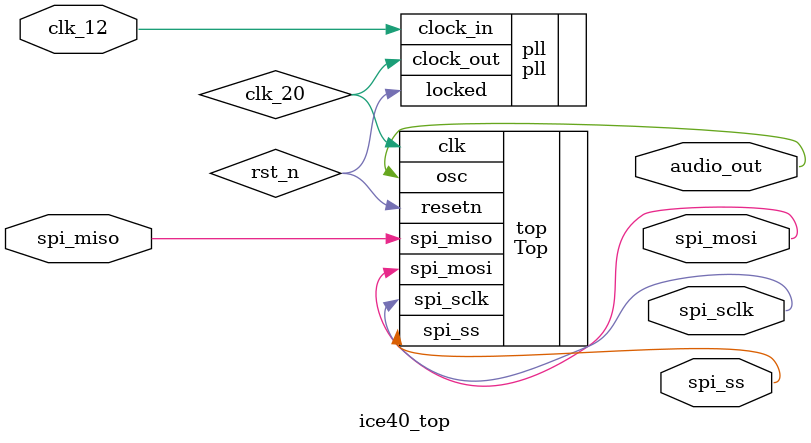
<source format=v>
module ice40_top(/*AUTOARG*/
    // Outputs
    spi_ss, spi_sclk, spi_mosi, audio_out,
    // Inputs
    clk_12, spi_miso
    );
    input wire clk_12;
   
    output wire	spi_ss;
    output wire	spi_sclk;
    output wire	spi_mosi;
    input wire	spi_miso;
    output wire	audio_out;

    wire	rst_n;
    wire	clk_20;
   
   
   
   pll pll(
	   // Outputs
	   .clock_out			(clk_20),
	   .locked			(rst_n),
	   // Inputs
	   .clock_in			(clk_12));

   Top top(
	   // Outputs
	   .spi_ss			(spi_ss),
	   .spi_sclk			(spi_sclk),
	   .spi_mosi			(spi_mosi),
	   .osc				(audio_out),
	   // Inputs
	   .spi_miso			(spi_miso),
	   .clk				(clk_20),
	   .resetn			(rst_n));
   
   

endmodule // ice40_top


// Local Variables:
// verilog-library-directories:("../spinal/hw/gen")
// End:

</source>
